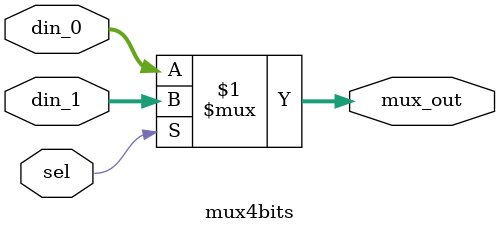
<source format=v>
module mux4bits(
din_0      , // Mux first input
din_1      , // Mux second input
sel        , // Select input
mux_out      // Mux output
);

input [3:0] din_0, din_1;
input sel;

output [3:0] mux_out;

wire [3:0] mux_out;

assign mux_out = (sel) ? din_1 : din_0;

endmodule
</source>
